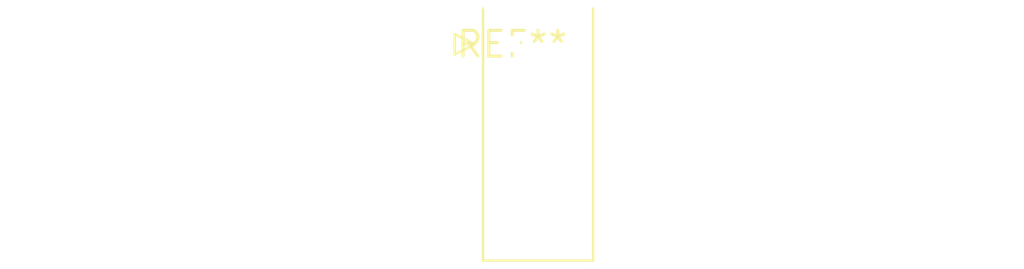
<source format=kicad_pcb>
(kicad_pcb (version 20240108) (generator pcbnew)
  (layers (0 "F.Cu" signal) (31 "B.Cu" signal) (34 "B.Paste" user) (35 "F.Paste" user) (36 "B.SilkS" user "B.Silkscreen") (37 "F.SilkS" user "F.Silkscreen") (38 "B.Mask" user) (39 "F.Mask" user) (44 "Edge.Cuts" user))
  (net 0 "")
  (footprint "TE_Micro-MaTch_215079-8_2x04_P1.27mm_Vertical" (layer "F.Cu") (at 0 0)
    (property "Reference" "REF**")
    (property "Value" "TE_Micro-MaTch_215079-8_2x04_P1.27mm_Vertical")
    (fp_line (start -2.83 -0.5) (end -1.83 0) (layer "F.SilkS") (stroke (width 0.12)))
    (fp_line (start -2.83 0.5) (end -2.83 -0.5) (layer "F.SilkS") (stroke (width 0.12)))
    (fp_line (start -1.83 0) (end -2.83 0.5) (layer "F.SilkS") (stroke (width 0.12)))
    (fp_line (start -1.44 -1.765) (end -1.44 10.655) (layer "F.SilkS") (stroke (width 0.12)))
    (fp_line (start -1.44 10.655) (end 3.98 10.655) (layer "F.SilkS") (stroke (width 0.12)))
    (fp_line (start 3.98 10.655) (end 3.98 -1.765) (layer "F.SilkS") (stroke (width 0.12)))
    (pad "" np_thru_hole circle (at 1.8 -1.4) (size 1.5 1.5) (drill 1.5) (layers *.Cu *.Mask))
    (pad "1" thru_hole rect (at 0 0) (size 1.3 1.3) (drill 0.8) (layers *.Cu *.Mask) (remove_unused_layers))
    (pad "2" thru_hole circle (at 2.54 1.27) (size 1.3 1.3) (drill 0.8) (layers *.Cu *.Mask) (remove_unused_layers))
    (pad "3" thru_hole circle (at 0 2.54) (size 1.3 1.3) (drill 0.8) (layers *.Cu *.Mask) (remove_unused_layers))
    (pad "4" thru_hole circle (at 2.54 3.81) (size 1.3 1.3) (drill 0.8) (layers *.Cu *.Mask) (remove_unused_layers))
    (pad "5" thru_hole circle (at 0 5.08) (size 1.3 1.3) (drill 0.8) (layers *.Cu *.Mask) (remove_unused_layers))
    (pad "6" thru_hole circle (at 2.54 6.35) (size 1.3 1.3) (drill 0.8) (layers *.Cu *.Mask) (remove_unused_layers))
    (pad "7" thru_hole circle (at 0 7.62) (size 1.3 1.3) (drill 0.8) (layers *.Cu *.Mask) (remove_unused_layers))
    (pad "8" thru_hole circle (at 2.54 8.89) (size 1.3 1.3) (drill 0.8) (layers *.Cu *.Mask) (remove_unused_layers))
  )
)
</source>
